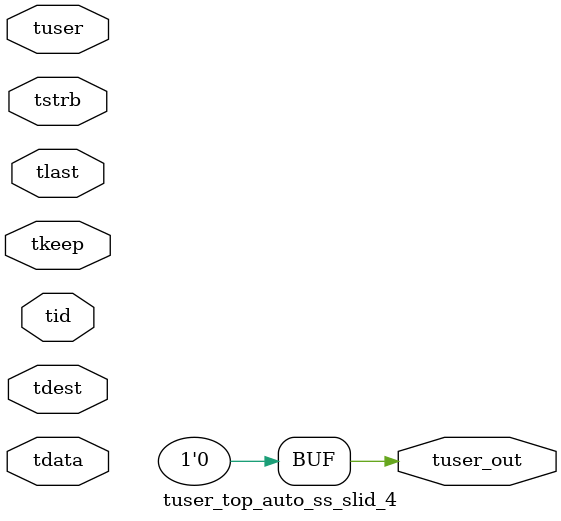
<source format=v>


`timescale 1ps/1ps

module tuser_top_auto_ss_slid_4 #
(
parameter C_S_AXIS_TUSER_WIDTH = 1,
parameter C_S_AXIS_TDATA_WIDTH = 32,
parameter C_S_AXIS_TID_WIDTH   = 0,
parameter C_S_AXIS_TDEST_WIDTH = 0,
parameter C_M_AXIS_TUSER_WIDTH = 1
)
(
input  [(C_S_AXIS_TUSER_WIDTH == 0 ? 1 : C_S_AXIS_TUSER_WIDTH)-1:0     ] tuser,
input  [(C_S_AXIS_TDATA_WIDTH == 0 ? 1 : C_S_AXIS_TDATA_WIDTH)-1:0     ] tdata,
input  [(C_S_AXIS_TID_WIDTH   == 0 ? 1 : C_S_AXIS_TID_WIDTH)-1:0       ] tid,
input  [(C_S_AXIS_TDEST_WIDTH == 0 ? 1 : C_S_AXIS_TDEST_WIDTH)-1:0     ] tdest,
input  [(C_S_AXIS_TDATA_WIDTH/8)-1:0 ] tkeep,
input  [(C_S_AXIS_TDATA_WIDTH/8)-1:0 ] tstrb,
input                                                                    tlast,
output [C_M_AXIS_TUSER_WIDTH-1:0] tuser_out
);

assign tuser_out = {1'b0};

endmodule


</source>
